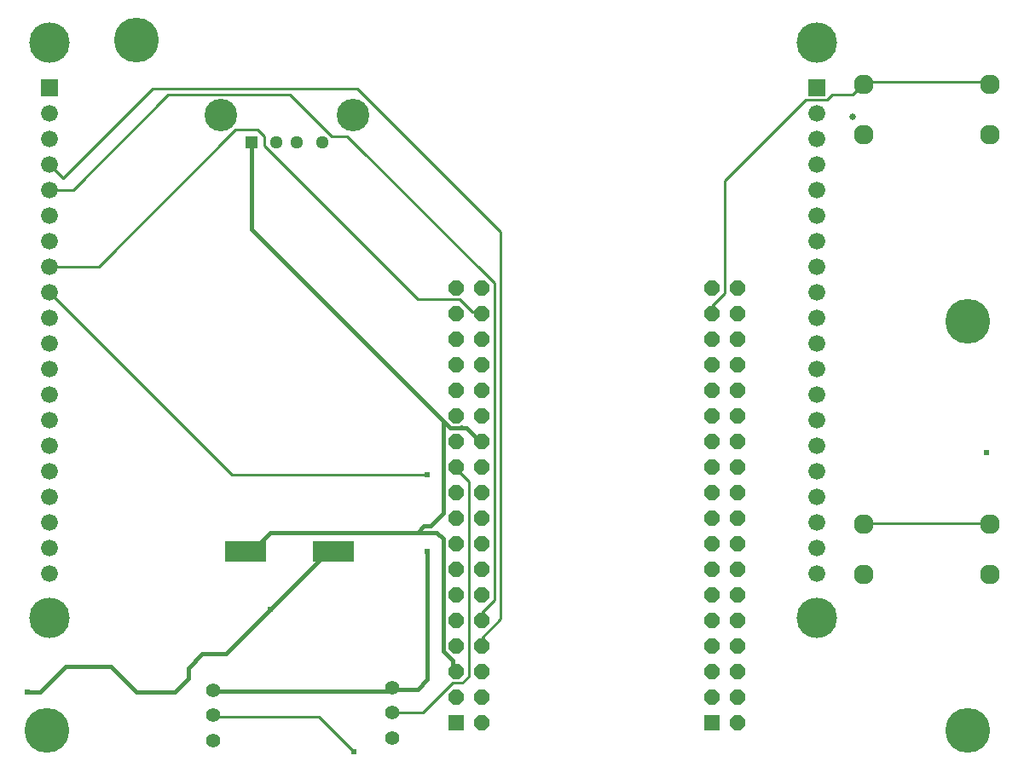
<source format=gbr>
G04 EAGLE Gerber RS-274X export*
G75*
%MOMM*%
%FSLAX34Y34*%
%LPD*%
%INBottom Copper*%
%IPPOS*%
%AMOC8*
5,1,8,0,0,1.08239X$1,22.5*%
G01*
%ADD10R,1.524000X1.524000*%
%ADD11P,1.649562X8X112.500000*%
%ADD12C,1.400000*%
%ADD13C,1.960000*%
%ADD14R,1.676400X1.676400*%
%ADD15C,1.676400*%
%ADD16C,4.016000*%
%ADD17R,1.288000X1.288000*%
%ADD18C,1.288000*%
%ADD19C,3.220000*%
%ADD20C,4.445000*%
%ADD21R,4.100000X2.000000*%
%ADD22C,0.609600*%
%ADD23C,0.381000*%
%ADD24C,0.254000*%
%ADD25C,0.654800*%


D10*
X469640Y59100D03*
D11*
X495040Y59100D03*
X469640Y84500D03*
X495040Y84500D03*
X469640Y109900D03*
X495040Y109900D03*
X469640Y135300D03*
X495040Y135300D03*
X469640Y160700D03*
X495040Y160700D03*
X469640Y186100D03*
X495040Y186100D03*
X469640Y211500D03*
X495040Y211500D03*
X469640Y236900D03*
X495040Y236900D03*
X469640Y262300D03*
X495040Y262300D03*
X469640Y287700D03*
X495040Y287700D03*
X469640Y313100D03*
X495040Y313100D03*
X469640Y338500D03*
X495040Y338500D03*
X469640Y363900D03*
X495040Y363900D03*
X469640Y389300D03*
X495040Y389300D03*
X469640Y414700D03*
X495040Y414700D03*
X469640Y440100D03*
X495040Y440100D03*
X469640Y465500D03*
X495040Y465500D03*
X469640Y490900D03*
X495040Y490900D03*
D10*
X723640Y59100D03*
D11*
X749040Y59100D03*
X723640Y84500D03*
X749040Y84500D03*
X723640Y109900D03*
X749040Y109900D03*
X723640Y135300D03*
X749040Y135300D03*
X723640Y160700D03*
X749040Y160700D03*
X723640Y186100D03*
X749040Y186100D03*
X723640Y211500D03*
X749040Y211500D03*
X723640Y236900D03*
X749040Y236900D03*
X723640Y262300D03*
X749040Y262300D03*
X723640Y287700D03*
X749040Y287700D03*
X723640Y313100D03*
X749040Y313100D03*
X723640Y338500D03*
X749040Y338500D03*
X723640Y363900D03*
X749040Y363900D03*
X723640Y389300D03*
X749040Y389300D03*
X723640Y414700D03*
X749040Y414700D03*
X723640Y440100D03*
X749040Y440100D03*
X723640Y465500D03*
X749040Y465500D03*
X723640Y490900D03*
X749040Y490900D03*
D12*
X406400Y43580D03*
X406400Y68580D03*
X406400Y93580D03*
D13*
X999760Y693020D03*
X999760Y643020D03*
X874760Y643020D03*
X874760Y693020D03*
D14*
X828040Y689610D03*
D15*
X828040Y664210D03*
X828040Y638810D03*
X828040Y613410D03*
X828040Y588010D03*
X828040Y562610D03*
X828040Y537210D03*
X828040Y511810D03*
X828040Y486410D03*
X828040Y461010D03*
X828040Y435610D03*
X828040Y410210D03*
X828040Y384810D03*
X828040Y359410D03*
X828040Y334010D03*
X828040Y308610D03*
X828040Y283210D03*
X828040Y257810D03*
X828040Y232410D03*
X828040Y207010D03*
D14*
X66040Y689610D03*
D15*
X66040Y664210D03*
X66040Y638810D03*
X66040Y613410D03*
X66040Y588010D03*
X66040Y562610D03*
X66040Y537210D03*
X66040Y511810D03*
X66040Y486410D03*
X66040Y461010D03*
X66040Y435610D03*
X66040Y410210D03*
X66040Y384810D03*
X66040Y359410D03*
X66040Y334010D03*
X66040Y308610D03*
X66040Y283210D03*
X66040Y257810D03*
X66040Y232410D03*
X66040Y207010D03*
D16*
X66040Y734060D03*
X66040Y162560D03*
X828040Y734060D03*
X828040Y162560D03*
D12*
X228600Y41040D03*
X228600Y66040D03*
X228600Y91040D03*
D17*
X266700Y635000D03*
D18*
X291700Y635000D03*
X311700Y635000D03*
X336700Y635000D03*
D19*
X236000Y662100D03*
X367400Y662100D03*
D13*
X999760Y256140D03*
X999760Y206140D03*
X874760Y206140D03*
X874760Y256140D03*
D20*
X63500Y50800D03*
X977900Y50800D03*
X977900Y457200D03*
X152400Y736600D03*
D21*
X261300Y228600D03*
X348300Y228600D03*
D22*
X44450Y88900D03*
D23*
X285750Y171450D02*
X342900Y228600D01*
X82550Y114300D02*
X57150Y88900D01*
X44450Y88900D01*
D24*
X342900Y228600D02*
X348300Y228600D01*
D23*
X127000Y114300D02*
X82550Y114300D01*
D22*
X285750Y171450D03*
D23*
X241300Y127000D01*
X217770Y127000D02*
X204135Y113365D01*
X217770Y127000D02*
X241300Y127000D01*
X190500Y88900D02*
X152400Y88900D01*
X190500Y88900D02*
X204135Y102535D01*
X204135Y113365D01*
X152400Y88900D02*
X127000Y114300D01*
D22*
X996950Y327025D03*
D24*
X723900Y466725D02*
X723900Y473075D01*
X736600Y485775D01*
X736600Y596900D01*
X863600Y682625D02*
X873125Y692150D01*
X876300Y695325D02*
X996950Y695325D01*
X999255Y693020D02*
X999760Y693020D01*
X999255Y693020D02*
X996950Y695325D01*
X874760Y693020D02*
X873890Y692150D01*
X873125Y692150D01*
X874760Y693020D02*
X874760Y693785D01*
X876300Y695325D01*
X723640Y466465D02*
X723640Y465500D01*
X723640Y466465D02*
X723900Y466725D01*
X817118Y677418D02*
X824230Y677418D01*
X838000Y677418D01*
X843207Y682625D01*
X817118Y677418D02*
X736600Y596900D01*
X843207Y682625D02*
X863600Y682625D01*
X495300Y142875D02*
X495300Y136525D01*
X495300Y142875D02*
X514350Y161925D01*
X514350Y546100D01*
X371475Y688975D01*
X168275Y688975D01*
X79375Y600075D01*
X66040Y613410D01*
X495040Y136265D02*
X495040Y135300D01*
X495040Y136265D02*
X495300Y136525D01*
X495300Y161925D02*
X495300Y168275D01*
X508000Y180975D01*
X508000Y495300D01*
X361950Y641350D01*
X346075Y641350D01*
X304800Y682625D01*
X184150Y682625D01*
X495040Y161665D02*
X495040Y160700D01*
X495040Y161665D02*
X495300Y161925D01*
X89535Y588010D02*
X66040Y588010D01*
X89535Y588010D02*
X184150Y682625D01*
X485775Y466725D02*
X492125Y466725D01*
X485775Y466725D02*
X473075Y479425D01*
X431800Y479425D01*
X279400Y631825D01*
X279400Y641350D01*
X273050Y647700D01*
X250825Y647700D01*
X493350Y465500D02*
X495040Y465500D01*
X493350Y465500D02*
X492125Y466725D01*
X114935Y511810D02*
X66040Y511810D01*
X114935Y511810D02*
X250825Y647700D01*
X247650Y304800D02*
X441325Y304800D01*
X247650Y304800D02*
X66040Y486410D01*
D22*
X441325Y304800D03*
D23*
X266700Y549275D02*
X266700Y635000D01*
X266700Y549275D02*
X457200Y358775D01*
X466725Y120650D02*
X466725Y111125D01*
X466725Y120650D02*
X457200Y130175D01*
X457200Y266700D02*
X457200Y358775D01*
X457200Y241300D02*
X457200Y130175D01*
D24*
X467950Y109900D02*
X469640Y109900D01*
D23*
X467950Y109900D02*
X466725Y111125D01*
D24*
X493350Y338500D02*
X495040Y338500D01*
D23*
X285750Y247650D02*
X266700Y228600D01*
X431800Y247650D02*
X450850Y247650D01*
X431800Y247650D02*
X285750Y247650D01*
D24*
X266700Y228600D02*
X261300Y228600D01*
D23*
X450850Y247650D02*
X457200Y241300D01*
X444500Y254000D02*
X457200Y266700D01*
X438150Y254000D02*
X431800Y247650D01*
X438150Y254000D02*
X444500Y254000D01*
X474638Y351835D02*
X475228Y352425D01*
X464140Y351835D02*
X457200Y358775D01*
X464140Y351835D02*
X474638Y351835D01*
X480015Y351835D01*
X493350Y338500D01*
D22*
X441325Y228600D03*
D23*
X441325Y101600D01*
X228600Y91040D02*
X228600Y90488D01*
X403308Y90488D02*
X406400Y93580D01*
X403308Y90488D02*
X228600Y90488D01*
D24*
X406400Y93580D02*
X407905Y92075D01*
D23*
X431800Y92075D01*
X441325Y101600D01*
D24*
X333375Y65088D02*
X228600Y65088D01*
X333375Y65088D02*
X368300Y30163D01*
X228600Y65088D02*
X228600Y66040D01*
D22*
X368300Y30163D03*
D24*
X466725Y98425D02*
X476250Y98425D01*
X482600Y104775D01*
X482600Y298450D01*
X469900Y311150D01*
X469900Y312840D02*
X469640Y313100D01*
X469900Y312840D02*
X469900Y311150D01*
X436880Y68580D02*
X406400Y68580D01*
X436880Y68580D02*
X466725Y98425D01*
X874760Y256140D02*
X875795Y257175D01*
X996950Y257175D01*
X997985Y256140D02*
X999760Y256140D01*
X997985Y256140D02*
X996950Y257175D01*
D25*
X863600Y660400D03*
M02*

</source>
